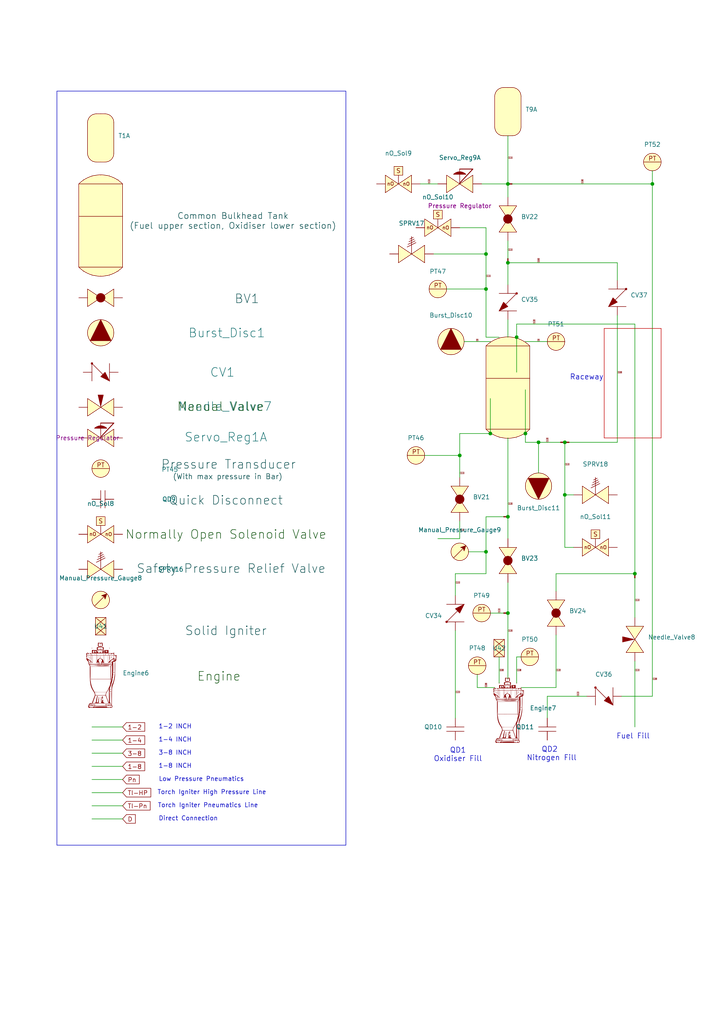
<source format=kicad_sch>
(kicad_sch (version 20250114) (generator "eeschema") (generator_version "9.0")
  (paper "A4" portrait)
  (lib_symbols
    (symbol "Ball_Valve_1"
      (property "Reference" "BV" (at 3.81 -4.318 0))
      (symbol "Ball_Valve_1_1_1"
        (pin passive line (at -2.54 0 0) (length 2.54) (name "") (number ""))
        (pin passive line (at 10.16 0 180) (length 2.54) (name "") (number ""))
      )
    )
    (symbol "Ball_Valve_2"
      (property "Reference" "BV" (at 3.81 -4.318 0))
      (symbol "Ball_Valve_2_1_1"
        (pin passive line (at -2.54 0 0) (length 2.54) (name "") (number ""))
        (pin passive line (at 10.16 0 180) (length 2.54) (name "") (number ""))
      )
    )
    (symbol "Ball_Valve_3"
      (property "Reference" "BV" (at 3.81 -4.318 0))
      (symbol "Ball_Valve_3_1_1"
        (pin passive line (at -2.54 0 0) (length 2.54) (name "") (number ""))
        (pin passive line (at 10.16 0 180) (length 2.54) (name "") (number ""))
      )
    )
    (symbol "Ball_Valve_4"
      (property "Reference" "BV" (at 3.81 -4.318 0))
      (symbol "Ball_Valve_4_1_1"
        (pin passive line (at -2.54 0 0) (length 2.54) (name "") (number ""))
        (pin passive line (at 10.16 0 180) (length 2.54) (name "") (number ""))
      )
    )
    (symbol "Burst_Disc_1"
      (property "Reference" "Burst_Disc" (at 0 -5.334 0))
      (symbol "Burst_Disc_1_1_1"
        (pin passive line (at -3.81 0 0) (length 0) (name "") (number ""))
        (pin passive line (at 0 -3.81 90) (length 0) (name "") (number ""))
        (pin passive line (at 3.81 0 180) (length 0) (name "") (number ""))
      )
    )
    (symbol "Burst_Disc_2"
      (property "Reference" "Burst_Disc" (at 0 -5.334 0))
      (symbol "Burst_Disc_2_1_1"
        (pin passive line (at -3.81 0 0) (length 0) (name "") (number ""))
        (pin passive line (at 0 -3.81 90) (length 0) (name "") (number ""))
        (pin passive line (at 3.81 0 180) (length 0) (name "") (number ""))
      )
    )
    (symbol "Check_Valve_1"
      (property "Reference" "CV" (at 2.54 -4.064 0))
      (symbol "Check_Valve_1_1_1"
        (pin bidirectional line (at -2.54 0 0) (length 2.54) (name "") (number ""))
        (pin bidirectional line (at 7.62 0 180) (length 2.54) (name "") (number ""))
      )
    )
    (symbol "Check_Valve_2"
      (property "Reference" "CV" (at 2.54 -4.064 0))
      (symbol "Check_Valve_2_1_1"
        (pin bidirectional line (at -2.54 0 0) (length 2.54) (name "") (number ""))
        (pin bidirectional line (at 7.62 0 180) (length 2.54) (name "") (number ""))
      )
    )
    (symbol "Check_Valve_3"
      (property "Reference" "CV" (at 2.54 -4.064 0))
      (symbol "Check_Valve_3_1_1"
        (pin bidirectional line (at -2.54 0 0) (length 2.54) (name "") (number ""))
        (pin bidirectional line (at 7.62 0 180) (length 2.54) (name "") (number ""))
      )
    )
    (symbol "Check_Valve_4"
      (property "Reference" "CV" (at 2.54 -4.064 0))
      (symbol "Check_Valve_4_1_1"
        (pin bidirectional line (at -2.54 0 0) (length 2.54) (name "") (number ""))
        (pin bidirectional line (at 7.62 0 180) (length 2.54) (name "") (number ""))
      )
    )
    (symbol "Common_Bulkhead_Tank_F/0_1"
      (symbol "Common_Bulkhead_Tank_F/0_1_1_1"
        (pin passive line (at -5.08 11.43 270) (length 0) (name "") (number ""))
        (pin passive line (at -5.08 -15.24 90) (length 0) (name "") (number ""))
        (pin passive line (at -2.54 12.7 270) (length 0) (name "") (number ""))
        (pin passive line (at -2.54 -16.51 90) (length 0) (name "") (number ""))
        (pin passive line (at 0 12.7 270) (length 0) (name "") (number ""))
        (pin passive line (at 0 -16.51 90) (length 0) (name "") (number ""))
        (pin passive line (at 2.54 12.7 270) (length 0) (name "") (number ""))
        (pin passive line (at 2.54 -16.51 90) (length 0) (name "") (number ""))
        (pin passive line (at 5.08 11.43 270) (length 0) (name "") (number ""))
        (pin passive line (at 5.08 -15.24 90) (length 0) (name "") (number ""))
      )
    )
    (symbol "Engine_1"
      (property "Reference" "Engine" (at 0 0 0))
      (symbol "Engine_1_1_1"
        (pin input line (at -3.81 3.81 0) (length 0) (name "") (number ""))
        (pin input line (at -2.54 5.08 0) (length 0) (name "") (number ""))
        (pin input line (at 0 6.35 0) (length 0) (name "") (number ""))
        (pin input line (at 2.54 5.08 0) (length 0) (name "") (number ""))
        (pin input line (at 3.81 3.81 0) (length 0) (name "") (number ""))
      )
    )
    (symbol "Manual_Pressure_Gauge_1"
      (property "Reference" "Manual_Pressure_Gauge" (at 0 -3.81 0))
      (symbol "Manual_Pressure_Gauge_1_1_1"
        (pin passive line (at -2.54 0 0) (length 0) (name "") (number ""))
        (pin passive line (at 2.54 0 180) (length 0) (name "") (number ""))
      )
    )
    (symbol "Needle_Valve_1"
      (property "Reference" "Needle_Valve" (at 3.556 -3.81 0))
      (symbol "Needle_Valve_1_1_1"
        (pin passive line (at -2.54 0 0) (length 2.54) (name "") (number ""))
        (pin passive line (at 10.16 0 180) (length 2.54) (name "") (number ""))
      )
    )
    (symbol "Normally Open Solenoid_1"
      (property "Reference" "nO_Sol" (at 3.81 -3.81 0))
      (symbol "Normally Open Solenoid_1_1_1"
        (text "nO\n\n" (at 1.524 -0.762 0) (effects (font (size 1 1))))
        (text "S\n" (at 3.81 3.81 0) (effects (font (size 1.27 1.27))))
        (text "nO" (at 6.096 0 0) (effects (font (size 1 1))))
        (pin passive line (at -2.54 0 0) (length 2.54) (name "") (number ""))
        (pin passive line (at 10.16 0 180) (length 2.54) (name "") (number ""))
      )
    )
    (symbol "Normally Open Solenoid_2"
      (property "Reference" "nO_Sol" (at 3.81 -3.81 0))
      (symbol "Normally Open Solenoid_2_1_1"
        (text "nO\n\n" (at 1.524 -0.762 0) (effects (font (size 1 1))))
        (text "S\n" (at 3.81 3.81 0) (effects (font (size 1.27 1.27))))
        (text "nO" (at 6.096 0 0) (effects (font (size 1 1))))
        (pin passive line (at -2.54 0 0) (length 2.54) (name "") (number ""))
        (pin passive line (at 10.16 0 180) (length 2.54) (name "") (number ""))
      )
    )
    (symbol "Normally Open Solenoid_3"
      (property "Reference" "nO_Sol" (at 3.81 -3.81 0))
      (symbol "Normally Open Solenoid_3_1_1"
        (text "nO\n\n" (at 1.524 -0.762 0) (effects (font (size 1 1))))
        (text "S\n" (at 3.81 3.81 0) (effects (font (size 1.27 1.27))))
        (text "nO" (at 6.096 0 0) (effects (font (size 1 1))))
        (pin passive line (at -2.54 0 0) (length 2.54) (name "") (number ""))
        (pin passive line (at 10.16 0 180) (length 2.54) (name "") (number ""))
      )
    )
    (symbol "PID_symbols:Ball_Valve"
      (property "Reference" "BV" (at 3.81 -4.318 0))
      (symbol "Ball_Valve_1_1"
        (pin passive line (at -2.54 0 0) (length 2.54) (name "") (number ""))
        (pin passive line (at 10.16 0 180) (length 2.54) (name "") (number ""))
      )
    )
    (symbol "PID_symbols:Burst_Disc"
      (property "Reference" "Burst_Disc" (at 0 -5.334 0))
      (symbol "Burst_Disc_1_1"
        (pin passive line (at -3.81 0 0) (length 0) (name "") (number ""))
        (pin passive line (at 0 -3.81 90) (length 0) (name "") (number ""))
        (pin passive line (at 3.81 0 180) (length 0) (name "") (number ""))
      )
    )
    (symbol "PID_symbols:Check_Valve"
      (property "Reference" "CV" (at 2.54 -4.064 0))
      (symbol "Check_Valve_1_1"
        (pin bidirectional line (at -2.54 0 0) (length 2.54) (name "") (number ""))
        (pin bidirectional line (at 7.62 0 180) (length 2.54) (name "") (number ""))
      )
    )
    (symbol "PID_symbols:Common_Bulkhead_Tank_F/0"
      (symbol "Common_Bulkhead_Tank_F/0_1_1"
        (pin passive line (at -5.08 11.43 270) (length 0) (name "") (number ""))
        (pin passive line (at -5.08 -15.24 90) (length 0) (name "") (number ""))
        (pin passive line (at -2.54 12.7 270) (length 0) (name "") (number ""))
        (pin passive line (at -2.54 -16.51 90) (length 0) (name "") (number ""))
        (pin passive line (at 0 12.7 270) (length 0) (name "") (number ""))
        (pin passive line (at 0 -16.51 90) (length 0) (name "") (number ""))
        (pin passive line (at 2.54 12.7 270) (length 0) (name "") (number ""))
        (pin passive line (at 2.54 -16.51 90) (length 0) (name "") (number ""))
        (pin passive line (at 5.08 11.43 270) (length 0) (name "") (number ""))
        (pin passive line (at 5.08 -15.24 90) (length 0) (name "") (number ""))
      )
    )
    (symbol "PID_symbols:Engine"
      (property "Reference" "Engine" (at 0 0 0))
      (symbol "Engine_1_1"
        (pin input line (at -3.81 3.81 0) (length 0) (name "") (number ""))
        (pin input line (at -2.54 5.08 0) (length 0) (name "") (number ""))
        (pin input line (at 0 6.35 0) (length 0) (name "") (number ""))
        (pin input line (at 2.54 5.08 0) (length 0) (name "") (number ""))
        (pin input line (at 3.81 3.81 0) (length 0) (name "") (number ""))
      )
    )
    (symbol "PID_symbols:Manual_Pressure_Gauge"
      (property "Reference" "Manual_Pressure_Gauge" (at 0 -3.81 0))
      (symbol "Manual_Pressure_Gauge_1_1"
        (pin passive line (at -2.54 0 0) (length 0) (name "") (number ""))
        (pin passive line (at 2.54 0 180) (length 0) (name "") (number ""))
      )
    )
    (symbol "PID_symbols:Needle_Valve"
      (property "Reference" "Needle_Valve" (at 3.556 -3.81 0))
      (symbol "Needle_Valve_1_1"
        (pin passive line (at -2.54 0 0) (length 2.54) (name "") (number ""))
        (pin passive line (at 10.16 0 180) (length 2.54) (name "") (number ""))
      )
    )
    (symbol "PID_symbols:Normally Open Solenoid"
      (property "Reference" "nO_Sol" (at 3.81 -3.81 0))
      (symbol "Normally Open Solenoid_1_1"
        (text "nO\n\n" (at 1.524 -0.762 0) (effects (font (size 1 1))))
        (text "S\n" (at 3.81 3.81 0) (effects (font (size 1.27 1.27))))
        (text "nO" (at 6.096 0 0) (effects (font (size 1 1))))
        (pin passive line (at -2.54 0 0) (length 2.54) (name "") (number ""))
        (pin passive line (at 10.16 0 180) (length 2.54) (name "") (number ""))
      )
    )
    (symbol "PID_symbols:Pressure_Regulator"
      (property "Reference" "Servo_Reg" (at 3.81 -3.81 0))
      (property "Description" "Pressure Regulator" (at 3.81 -6.35 0))
      (symbol "Pressure_Regulator_1_1"
        (unit_name "Reg")
        (pin passive line (at -2.54 0 0) (length 2.54) (name "") (number ""))
        (pin passive line (at 10.16 0 180) (length 2.54) (name "") (number ""))
      )
      (symbol "Pressure_Regulator_1_2"
        (unit_name "Reg")
        (pin passive line (at -2.54 0 0) (length 2.54) (name "") (number ""))
        (pin passive line (at 10.16 0 180) (length 2.54) (name "") (number ""))
      )
      (symbol "Pressure_Regulator_2_1"
        (unit_name "Servo-Reg")
        (pin passive line (at -2.54 0 0) (length 2.54) (name "") (number ""))
        (pin passive line (at 10.16 0 180) (length 2.54) (name "") (number ""))
      )
      (symbol "Pressure_Regulator_2_2"
        (unit_name "Servo-Reg")
        (pin passive line (at -2.54 0 0) (length 2.54) (name "") (number ""))
        (pin passive line (at 10.16 0 180) (length 2.54) (name "") (number ""))
      )
    )
    (symbol "PID_symbols:Pressure_Transducer"
      (property "Reference" "PT" (at 0 -3.81 0))
      (symbol "Pressure_Transducer_1_1"
        (text "PT\n" (at 0 1.016 0) (effects (font (size 1.27 1.27))))
        (pin passive line (at -2.54 0 0) (length 0) (name "") (number ""))
        (pin passive line (at 0 -2.54 90) (length 0) (name "") (number ""))
        (pin passive line (at 2.54 0 180) (length 0) (name "") (number ""))
      )
    )
    (symbol "PID_symbols:Quick_Disconnect"
      (property "Reference" "QD" (at 0.762 -4.572 0))
      (symbol "Quick_Disconnect_1_1"
        (pin passive line (at -2.54 0 0) (length 2.54) (name "") (number ""))
        (pin passive line (at 3.81 0 180) (length 2.54) (name "") (number ""))
      )
    )
    (symbol "PID_symbols:SPRV"
      (property "Reference" "SPRV" (at 3.556 -3.302 0))
      (symbol "SPRV_1_1"
        (pin passive line (at -2.54 0 0) (length 2.54) (name "") (number ""))
        (pin passive line (at 10.16 0 180) (length 2.54) (name "") (number ""))
      )
    )
    (symbol "PID_symbols:Solid_Igniter"
      (property "Reference" "U" (at 0 0 0))
      (symbol "Solid_Igniter_1_1"
        (pin input line (at 0 -2.54 0) (length 0) (name "") (number ""))
      )
    )
    (symbol "PID_symbols:Tank"
      (property "Reference" "T" (at 6.35 5.08 0))
      (symbol "Tank_1_1"
        (unit_name "Small")
        (pin passive line (at 1.27 11.43 270) (length 0) (name "") (number ""))
        (pin passive line (at 1.27 -2.54 90) (length 0) (name "") (number ""))
      )
      (symbol "Tank_1_2"
        (unit_name "Small")
        (pin passive line (at 1.27 11.43 270) (length 0) (name "") (number ""))
        (pin passive line (at 1.27 -2.54 90) (length 0) (name "") (number ""))
      )
      (symbol "Tank_2_1"
        (unit_name "Big COAX")
        (pin passive line (at 0 20.32 90) (length 0) (name "") (number ""))
        (pin passive line (at 2.54 -2.54 90) (length 0) (name "") (number ""))
      )
      (symbol "Tank_2_2"
        (unit_name "Big COAX")
        (pin passive line (at 0 -2.54 90) (length 0) (name "") (number ""))
        (pin passive line (at 2.54 -2.54 90) (length 0) (name "") (number ""))
      )
    )
    (symbol "PID_symbols:stop" (in_bom no) (on_board no)
      (symbol "stop_1_1"
        (pin bidirectional line (at -1.27 0 0) (length 0) (name "") (number ""))
        (pin bidirectional line (at 0 0 180) (length 0) (name "") (number ""))
      )
    )
    (symbol "Pressure_Regulator_1"
      (property "Reference" "Servo_Reg" (at 3.81 -3.81 0))
      (property "Description" "Pressure Regulator" (at 3.81 -6.35 0))
      (symbol "Pressure_Regulator_1_1_1"
        (unit_name "Reg")
        (pin passive line (at -2.54 0 0) (length 2.54) (name "") (number ""))
        (pin passive line (at 10.16 0 180) (length 2.54) (name "") (number ""))
      )
      (symbol "Pressure_Regulator_1_1_2"
        (unit_name "Reg")
        (pin passive line (at -2.54 0 0) (length 2.54) (name "") (number ""))
        (pin passive line (at 10.16 0 180) (length 2.54) (name "") (number ""))
      )
      (symbol "Pressure_Regulator_1_2_1"
        (unit_name "Servo-Reg")
        (pin passive line (at -2.54 0 0) (length 2.54) (name "") (number ""))
        (pin passive line (at 10.16 0 180) (length 2.54) (name "") (number ""))
      )
      (symbol "Pressure_Regulator_1_2_2"
        (unit_name "Servo-Reg")
        (pin passive line (at -2.54 0 0) (length 2.54) (name "") (number ""))
        (pin passive line (at 10.16 0 180) (length 2.54) (name "") (number ""))
      )
    )
    (symbol "Pressure_Transducer_1"
      (property "Reference" "PT" (at 0 -3.81 0))
      (symbol "Pressure_Transducer_1_1_1"
        (text "PT\n" (at 0 1.016 0) (effects (font (size 1.27 1.27))))
        (pin passive line (at -2.54 0 0) (length 0) (name "") (number ""))
        (pin passive line (at 0 -2.54 90) (length 0) (name "") (number ""))
        (pin passive line (at 2.54 0 180) (length 0) (name "") (number ""))
      )
    )
    (symbol "Pressure_Transducer_2"
      (property "Reference" "PT" (at 0 -3.81 0))
      (symbol "Pressure_Transducer_2_1_1"
        (text "PT\n" (at 0 1.016 0) (effects (font (size 1.27 1.27))))
        (pin passive line (at -2.54 0 0) (length 0) (name "") (number ""))
        (pin passive line (at 0 -2.54 90) (length 0) (name "") (number ""))
        (pin passive line (at 2.54 0 180) (length 0) (name "") (number ""))
      )
    )
    (symbol "Pressure_Transducer_3"
      (property "Reference" "PT" (at 0 -3.81 0))
      (symbol "Pressure_Transducer_3_1_1"
        (text "PT\n" (at 0 1.016 0) (effects (font (size 1.27 1.27))))
        (pin passive line (at -2.54 0 0) (length 0) (name "") (number ""))
        (pin passive line (at 0 -2.54 90) (length 0) (name "") (number ""))
        (pin passive line (at 2.54 0 180) (length 0) (name "") (number ""))
      )
    )
    (symbol "Pressure_Transducer_4"
      (property "Reference" "PT" (at 0 -3.81 0))
      (symbol "Pressure_Transducer_4_1_1"
        (text "PT\n" (at 0 1.016 0) (effects (font (size 1.27 1.27))))
        (pin passive line (at -2.54 0 0) (length 0) (name "") (number ""))
        (pin passive line (at 0 -2.54 90) (length 0) (name "") (number ""))
        (pin passive line (at 2.54 0 180) (length 0) (name "") (number ""))
      )
    )
    (symbol "Pressure_Transducer_5"
      (property "Reference" "PT" (at 0 -3.81 0))
      (symbol "Pressure_Transducer_5_1_1"
        (text "PT\n" (at 0 1.016 0) (effects (font (size 1.27 1.27))))
        (pin passive line (at -2.54 0 0) (length 0) (name "") (number ""))
        (pin passive line (at 0 -2.54 90) (length 0) (name "") (number ""))
        (pin passive line (at 2.54 0 180) (length 0) (name "") (number ""))
      )
    )
    (symbol "Pressure_Transducer_6"
      (property "Reference" "PT" (at 0 -3.81 0))
      (symbol "Pressure_Transducer_6_1_1"
        (text "PT\n" (at 0 1.016 0) (effects (font (size 1.27 1.27))))
        (pin passive line (at -2.54 0 0) (length 0) (name "") (number ""))
        (pin passive line (at 0 -2.54 90) (length 0) (name "") (number ""))
        (pin passive line (at 2.54 0 180) (length 0) (name "") (number ""))
      )
    )
    (symbol "Pressure_Transducer_7"
      (property "Reference" "PT" (at 0 -3.81 0))
      (symbol "Pressure_Transducer_7_1_1"
        (text "PT\n" (at 0 1.016 0) (effects (font (size 1.27 1.27))))
        (pin passive line (at -2.54 0 0) (length 0) (name "") (number ""))
        (pin passive line (at 0 -2.54 90) (length 0) (name "") (number ""))
        (pin passive line (at 2.54 0 180) (length 0) (name "") (number ""))
      )
    )
    (symbol "Quick_Disconnect_1"
      (property "Reference" "QD" (at 0.762 -4.572 0))
      (symbol "Quick_Disconnect_1_1_1"
        (pin passive line (at -2.54 0 0) (length 2.54) (name "") (number ""))
        (pin passive line (at 3.81 0 180) (length 2.54) (name "") (number ""))
      )
    )
    (symbol "Quick_Disconnect_2"
      (property "Reference" "QD" (at 0.762 -4.572 0))
      (symbol "Quick_Disconnect_2_1_1"
        (pin passive line (at -2.54 0 0) (length 2.54) (name "") (number ""))
        (pin passive line (at 3.81 0 180) (length 2.54) (name "") (number ""))
      )
    )
    (symbol "SPRV_1"
      (property "Reference" "SPRV" (at 3.556 -3.302 0))
      (symbol "SPRV_1_1_1"
        (pin passive line (at -2.54 0 0) (length 2.54) (name "") (number ""))
        (pin passive line (at 10.16 0 180) (length 2.54) (name "") (number ""))
      )
    )
    (symbol "SPRV_2"
      (property "Reference" "SPRV" (at 3.556 -3.302 0))
      (symbol "SPRV_2_1_1"
        (pin passive line (at -2.54 0 0) (length 2.54) (name "") (number ""))
        (pin passive line (at 10.16 0 180) (length 2.54) (name "") (number ""))
      )
    )
    (symbol "Tank_1"
      (property "Reference" "T" (at 6.35 5.08 0))
      (symbol "Tank_1_1_1"
        (unit_name "Small")
        (pin passive line (at 1.27 11.43 270) (length 0) (name "") (number ""))
        (pin passive line (at 1.27 -2.54 90) (length 0) (name "") (number ""))
      )
      (symbol "Tank_1_1_2"
        (unit_name "Small")
        (pin passive line (at 1.27 11.43 270) (length 0) (name "") (number ""))
        (pin passive line (at 1.27 -2.54 90) (length 0) (name "") (number ""))
      )
      (symbol "Tank_1_2_1"
        (unit_name "Big COAX")
        (pin passive line (at 0 20.32 90) (length 0) (name "") (number ""))
        (pin passive line (at 2.54 -2.54 90) (length 0) (name "") (number ""))
      )
      (symbol "Tank_1_2_2"
        (unit_name "Big COAX")
        (pin passive line (at 0 -2.54 90) (length 0) (name "") (number ""))
        (pin passive line (at 2.54 -2.54 90) (length 0) (name "") (number ""))
      )
    )
    (symbol "stop_1" (in_bom no) (on_board no)
      (symbol "stop_1_1_1"
        (pin bidirectional line (at -1.27 0 0) (length 0) (name "") (number ""))
        (pin bidirectional line (at 0 0 180) (length 0) (name "") (number ""))
      )
    )
    (symbol "stop_2" (in_bom no) (on_board no)
      (symbol "stop_2_1_1"
        (pin bidirectional line (at -1.27 0 0) (length 0) (name "") (number ""))
        (pin bidirectional line (at 0 0 180) (length 0) (name "") (number ""))
      )
    )
    (symbol "stop_3" (in_bom no) (on_board no)
      (symbol "stop_3_1_1"
        (pin bidirectional line (at -1.27 0 0) (length 0) (name "") (number ""))
        (pin bidirectional line (at 0 0 180) (length 0) (name "") (number ""))
      )
    )
    (symbol "stop_4" (in_bom no) (on_board no)
      (symbol "stop_4_1_1"
        (pin bidirectional line (at -1.27 0 0) (length 0) (name "") (number ""))
        (pin bidirectional line (at 0 0 180) (length 0) (name "") (number ""))
      )
    )
    (symbol "stop_5" (in_bom no) (on_board no)
      (symbol "stop_5_1_1"
        (pin bidirectional line (at -1.27 0 0) (length 0) (name "") (number ""))
        (pin bidirectional line (at 0 0 180) (length 0) (name "") (number ""))
      )
    )
    (symbol "stop_6" (in_bom no) (on_board no)
      (symbol "stop_6_1_1"
        (pin bidirectional line (at -1.27 0 0) (length 0) (name "") (number ""))
        (pin bidirectional line (at 0 0 180) (length 0) (name "") (number ""))
      )
    )
  )
  (rectangle (start 16.51 26.416) (end 100.33 245.11))
  (text "QD1\nOxidiser Fill\n" (at 132.842 218.948 0) (effects (font (size 1.524 1.524))))
  (text "QD2 \nNitrogen Fill" (at 160.02 218.694 0) (effects (font (size 1.524 1.524))))
  (text "Fuel Fill" (at 183.642 213.614 0) (effects (font (size 1.524 1.524))))
  (text "1-2 INCH\n" (at 50.8 210.82 0) (effects (font (size 1.27 1.27))))
  (text "Common Bulkhead Tank\n(Fuel upper section, Oxidiser lower section)\n" (at 67.564 64.262 0) (effects (font (size 1.778 1.778))))
  (text "3-8 INCH\n" (at 50.8 218.44 0) (effects (font (size 1.27 1.27))))
  (text "Raceway" (at 170.18 109.474 0) (effects (font (size 1.524 1.524))))
  (text "1-8 INCH\n" (at 50.8 222.25 0) (effects (font (size 1.27 1.27))))
  (text "(With max pressure in Bar)" (at 66.04 138.43 0) (effects (font (size 1.524 1.524))))
  (text "Low Pressure Pneumatics" (at 58.42 226.06 0) (effects (font (size 1.27 1.27))))
  (text " Torch Igniter High Pressure Line" (at 60.96 229.87 0) (effects (font (size 1.27 1.27))))
  (text "Manual Valve" (at 64.008 118.11 0) (effects (font (size 2.54 2.54))))
  (text "Direct Connection" (at 54.61 237.49 0) (effects (font (size 1.27 1.27))))
  (text "Safety Pressure Relief Valve\n" (at 67.056 165.1 0) (effects (font (size 2.54 2.54))))
  (text "Solid Igniter\n" (at 65.532 183.134 0) (effects (font (size 2.54 2.54))))
  (text "Pressure Transducer" (at 66.294 134.874 0) (effects (font (size 2.54 2.54))))
  (text "Engine\n" (at 63.5 196.342 0) (effects (font (size 2.54 2.54))))
  (text "Normally Open Solenoid Valve" (at 65.532 155.194 0) (effects (font (size 2.54 2.54))))
  (text "Torch Igniter Pneumatics Line" (at 60.325 233.68 0) (effects (font (size 1.27 1.27))))
  (text "Quick Disconnect\n" (at 65.532 145.288 0) (effects (font (size 2.54 2.54))))
  (text "1-4 INCH\n" (at 50.8 214.63 0) (effects (font (size 1.27 1.27))))
  (junction (at 147.32 53.34))
  (junction (at 140.97 83.82))
  (junction (at 147.32 76.2))
  (junction (at 133.35 132.08))
  (junction (at 163.83 128.27))
  (junction (at 152.4 125.73))
  (junction (at 163.83 143.51))
  (junction (at 184.15 166.37))
  (junction (at 147.32 149.86))
  (junction (at 142.24 125.73))
  (junction (at 149.86 97.79))
  (junction (at 189.23 53.34))
  (junction (at 140.97 160.02))
  (junction (at 140.97 73.66))
  (junction (at 156.21 128.27))
  (junction (at 147.32 177.8))
  (wire (pts (xy 184.15 93.98) (xy 184.15 166.37)))
  (wire (pts (xy 140.97 66.04) (xy 133.35 66.04)))
  (wire (pts (xy 133.35 125.73) (xy 133.35 132.08)))
  (wire (pts (xy 142.24 115.57) (xy 142.24 125.73)))
  (wire (pts (xy 152.4 99.06) (xy 158.75 99.06)))
  (wire (pts (xy 152.4 113.03) (xy 152.4 125.73)))
  (wire (pts (xy 147.32 168.91) (xy 147.32 177.8)))
  (wire (pts (xy 147.32 69.85) (xy 147.32 74.93)))
  (wire (pts (xy 132.08 166.37) (xy 140.97 166.37)))
  (wire (pts (xy 26.67 233.68) (xy 35.56 233.68)))
  (wire (pts (xy 140.97 166.37) (xy 140.97 160.02)))
  (wire (pts (xy 184.15 167.64) (xy 184.15 179.07)))
  (wire (pts (xy 132.08 182.88) (xy 132.08 208.28)))
  (wire (pts (xy 189.23 53.34) (xy 189.23 201.93)))
  (wire (pts (xy 147.32 76.2) (xy 179.07 76.2)))
  (wire (pts (xy 132.08 166.37) (xy 132.08 172.72)))
  (wire (pts (xy 189.23 49.53) (xy 189.23 53.34)))
  (wire (pts (xy 163.83 143.51) (xy 163.83 158.75)))
  (wire (pts (xy 161.29 166.37) (xy 184.15 166.37)))
  (wire (pts (xy 180.34 201.93) (xy 189.23 201.93)))
  (wire (pts (xy 26.67 218.44) (xy 35.56 218.44)))
  (wire (pts (xy 158.75 201.93) (xy 170.18 201.93)))
  (wire (pts (xy 149.86 198.12) (xy 149.86 190.5)))
  (wire (pts (xy 156.21 128.27) (xy 162.56 128.27)))
  (wire (pts (xy 133.35 151.13) (xy 133.35 156.21)))
  (wire (pts (xy 144.78 190.5) (xy 144.78 198.12)))
  (wire (pts (xy 148.59 53.34) (xy 189.23 53.34)))
  (wire (pts (xy 161.29 184.15) (xy 161.29 199.39)))
  (wire (pts (xy 149.86 97.79) (xy 149.86 107.95)))
  (wire (pts (xy 140.97 160.02) (xy 140.97 149.86)))
  (wire (pts (xy 140.97 66.04) (xy 140.97 73.66)))
  (wire (pts (xy 175.26 95.25) (xy 191.77 95.25)) (stroke (width 0) (color 194 0 0 1)))
  (wire (pts (xy 26.67 229.87) (xy 35.56 229.87)))
  (wire (pts (xy 142.24 99.06) (xy 134.62 99.06)))
  (wire (pts (xy 184.15 191.77) (xy 184.15 210.82)))
  (wire (pts (xy 152.4 125.73) (xy 152.4 128.27)))
  (wire (pts (xy 26.67 226.06) (xy 35.56 226.06)))
  (wire (pts (xy 147.32 39.37) (xy 147.32 53.34)))
  (wire (pts (xy 191.77 95.25) (xy 191.77 127)) (stroke (width 0) (color 194 0 0 1)))
  (wire (pts (xy 166.37 158.75) (xy 163.83 158.75)))
  (wire (pts (xy 139.7 53.34) (xy 147.32 53.34)))
  (wire (pts (xy 147.32 53.34) (xy 147.32 57.15)))
  (wire (pts (xy 147.32 127) (xy 147.32 149.86)))
  (wire (pts (xy 123.19 132.08) (xy 133.35 132.08)))
  (wire (pts (xy 156.21 128.27) (xy 152.4 128.27)))
  (wire (pts (xy 133.35 132.08) (xy 133.35 138.43)))
  (wire (pts (xy 26.67 214.63) (xy 35.56 214.63)))
  (wire (pts (xy 142.24 177.8) (xy 146.05 177.8)))
  (wire (pts (xy 121.92 53.34) (xy 127 53.34)))
  (wire (pts (xy 133.35 125.73) (xy 142.24 125.73)))
  (wire (pts (xy 144.78 97.79) (xy 140.97 97.79)))
  (wire (pts (xy 147.32 149.86) (xy 147.32 156.21)))
  (wire (pts (xy 179.07 76.2) (xy 179.07 81.28)))
  (wire (pts (xy 140.97 160.02) (xy 135.89 160.02)))
  (wire (pts (xy 166.37 143.51) (xy 163.83 143.51)))
  (wire (pts (xy 129.54 83.82) (xy 140.97 83.82)))
  (wire (pts (xy 165.1 128.27) (xy 179.07 128.27)))
  (wire (pts (xy 175.26 95.25) (xy 175.26 127)) (stroke (width 0) (color 194 0 0 1)))
  (wire (pts (xy 26.67 237.49) (xy 35.56 237.49)))
  (wire (pts (xy 140.97 97.79) (xy 140.97 83.82)))
  (wire (pts (xy 147.32 97.79) (xy 147.32 92.71)))
  (wire (pts (xy 140.97 73.66) (xy 140.97 83.82)))
  (wire (pts (xy 140.97 149.86) (xy 146.05 149.86)))
  (wire (pts (xy 127 156.21) (xy 133.35 156.21)))
  (wire (pts (xy 179.07 91.44) (xy 179.07 128.27)))
  (wire (pts (xy 163.83 128.27) (xy 163.83 143.51)))
  (wire (pts (xy 138.43 199.39) (xy 138.43 195.58)))
  (wire (pts (xy 191.77 127) (xy 175.26 127)) (stroke (width 0) (color 194 0 0 1)))
  (wire (pts (xy 158.75 208.28) (xy 158.75 201.93)))
  (wire (pts (xy 147.32 177.8) (xy 147.32 196.85)))
  (wire (pts (xy 26.67 210.82) (xy 35.56 210.82)))
  (wire (pts (xy 156.21 128.27) (xy 156.21 137.16)))
  (wire (pts (xy 161.29 166.37) (xy 161.29 171.45)))
  (wire (pts (xy 147.32 76.2) (xy 147.32 82.55)))
  (wire (pts (xy 161.29 199.39) (xy 151.13 199.39)))
  (wire (pts (xy 138.43 199.39) (xy 143.51 199.39)))
  (wire (pts (xy 149.86 97.79) (xy 149.86 93.98)))
  (wire (pts (xy 149.86 93.98) (xy 184.15 93.98)))
  (wire (pts (xy 125.73 73.66) (xy 140.97 73.66)))
  (wire (pts (xy 149.86 190.5) (xy 151.13 190.5)))
  (wire (pts (xy 26.67 222.25) (xy 35.56 222.25)))
  (global_label "1-4" (shape input) (at 132.08 200.66 0) (effects (font (size 0.254 0.254))) (property "Intersheetrefs" "${INTERSHEET_REFS}" (effects (hide yes))))
  (global_label "1-2" (shape input) (at 158.75 128.27 90) (effects (font (size 0.254 0.254))) (property "Intersheetrefs" "${INTERSHEET_REFS}" (effects (hide yes))))
  (global_label "1-4" (shape input) (at 147.32 45.72 0) (effects (font (size 0.254 0.254))) (property "Intersheetrefs" "${INTERSHEET_REFS}" (effects (hide yes))))
  (global_label "1-8" (shape input) (at 140.97 199.39 90) (effects (font (size 0.254 0.254))) (property "Intersheetrefs" "${INTERSHEET_REFS}" (effects (hide yes))))
  (global_label "1-4" (shape input) (at 140.97 80.01 0) (effects (font (size 0.254 0.254))) (property "Intersheetrefs" "${INTERSHEET_REFS}" (effects (hide yes))))
  (global_label "1-2" (shape input) (at 154.94 93.98 90) (effects (font (size 0.254 0.254))) (property "Intersheetrefs" "${INTERSHEET_REFS}" (effects (hide yes))))
  (global_label "3-8" (shape input) (at 35.56 218.44 0) (property "Intersheetrefs" "${INTERSHEET_REFS}" (effects (hide yes))))
  (global_label "1-8" (shape input) (at 35.56 222.25 0) (property "Intersheetrefs" "${INTERSHEET_REFS}" (effects (hide yes))))
  (global_label "3-8" (shape input) (at 144.78 194.31 0) (effects (font (size 0.254 0.254))) (property "Intersheetrefs" "${INTERSHEET_REFS}" (effects (hide yes))))
  (global_label "1-4" (shape input) (at 144.78 177.8 90) (effects (font (size 0.254 0.254))) (property "Intersheetrefs" "${INTERSHEET_REFS}" (effects (hide yes))))
  (global_label "1-4" (shape input) (at 184.15 173.99 0) (effects (font (size 0.254 0.254))) (property "Intersheetrefs" "${INTERSHEET_REFS}" (effects (hide yes))))
  (global_label "1-2" (shape input) (at 161.29 194.31 0) (effects (font (size 0.254 0.254))) (property "Intersheetrefs" "${INTERSHEET_REFS}" (effects (hide yes))))
  (global_label "3-8" (shape input) (at 156.21 76.2 90) (effects (font (size 0.254 0.254))) (property "Intersheetrefs" "${INTERSHEET_REFS}" (effects (hide yes))))
  (global_label "D" (shape input) (at 156.21 99.06 90) (effects (font (size 0.254 0.254))) (property "Intersheetrefs" "${INTERSHEET_REFS}" (effects (hide yes))))
  (global_label "1-2" (shape input) (at 35.56 210.82 0) (property "Intersheetrefs" "${INTERSHEET_REFS}" (effects (hide yes))))
  (global_label "1-4" (shape input) (at 124.46 53.34 90) (effects (font (size 0.254 0.254))) (property "Intersheetrefs" "${INTERSHEET_REFS}" (effects (hide yes))))
  (global_label "1-8" (shape input) (at 168.91 53.34 90) (effects (font (size 0.254 0.254))) (property "Intersheetrefs" "${INTERSHEET_REFS}" (effects (hide yes))))
  (global_label "TI-Pn" (shape input) (at 35.56 233.68 0) (property "Intersheetrefs" "${INTERSHEET_REFS}" (effects (hide yes))))
  (global_label "1-2" (shape input) (at 147.32 182.88 0) (effects (font (size 0.254 0.254))) (property "Intersheetrefs" "${INTERSHEET_REFS}" (effects (hide yes))))
  (global_label "1-4" (shape input) (at 184.15 194.31 0) (effects (font (size 0.254 0.254))) (property "Intersheetrefs" "${INTERSHEET_REFS}" (effects (hide yes))))
  (global_label "1-4" (shape input) (at 167.64 201.93 90) (effects (font (size 0.254 0.254))) (property "Intersheetrefs" "${INTERSHEET_REFS}" (effects (hide yes))))
  (global_label "Pn" (shape input) (at 35.56 226.06 0) (property "Intersheetrefs" "${INTERSHEET_REFS}" (effects (hide yes))))
  (global_label "D" (shape input) (at 138.43 99.06 90) (effects (font (size 0.254 0.254))) (property "Intersheetrefs" "${INTERSHEET_REFS}" (effects (hide yes))))
  (global_label "1-4" (shape input) (at 133.35 137.16 0) (effects (font (size 0.254 0.254))) (property "Intersheetrefs" "${INTERSHEET_REFS}" (effects (hide yes))))
  (global_label "1-8" (shape input) (at 149.86 194.31 0) (effects (font (size 0.254 0.254))) (property "Intersheetrefs" "${INTERSHEET_REFS}" (effects (hide yes))))
  (global_label "3-8" (shape input) (at 179.07 107.95 0) (effects (font (size 0.254 0.254))) (property "Intersheetrefs" "${INTERSHEET_REFS}" (effects (hide yes))))
  (global_label "1-2" (shape input) (at 147.32 146.05 0) (effects (font (size 0.254 0.254))) (property "Intersheetrefs" "${INTERSHEET_REFS}" (effects (hide yes))))
  (global_label "1-4" (shape input) (at 163.83 134.62 0) (effects (font (size 0.254 0.254))) (property "Intersheetrefs" "${INTERSHEET_REFS}" (effects (hide yes))))
  (global_label "1-4" (shape input) (at 132.08 168.91 0) (effects (font (size 0.254 0.254))) (property "Intersheetrefs" "${INTERSHEET_REFS}" (effects (hide yes))))
  (global_label "TI-HP" (shape input) (at 35.56 229.87 0) (property "Intersheetrefs" "${INTERSHEET_REFS}" (effects (hide yes))))
  (global_label "1-4" (shape input) (at 147.32 72.39 0) (effects (font (size 0.254 0.254))) (property "Intersheetrefs" "${INTERSHEET_REFS}" (effects (hide yes))))
  (global_label "1-4" (shape input) (at 133.35 153.67 0) (effects (font (size 0.254 0.254))) (property "Intersheetrefs" "${INTERSHEET_REFS}" (effects (hide yes))))
  (global_label "D" (shape input) (at 35.56 237.49 0) (property "Intersheetrefs" "${INTERSHEET_REFS}" (effects (hide yes))))
  (global_label "1-4" (shape input) (at 35.56 214.63 0) (property "Intersheetrefs" "${INTERSHEET_REFS}" (effects (hide yes))))
  (global_label "1-8" (shape input) (at 189.23 196.85 0) (effects (font (size 0.254 0.254))) (property "Intersheetrefs" "${INTERSHEET_REFS}" (effects (hide yes))))
  (symbol (lib_name "stop_2") (lib_id "PID_symbols:stop") (at 148.59 53.34 0) (unit 1) (in_bom no) (on_board no)
    (property "Reference" "U47" (effects (hide yes)))
  )
  (symbol (lib_name "Pressure_Transducer_2") (lib_id "PID_symbols:Pressure_Transducer") (at 29.21 135.89 0) (unit 1)
    (property "Reference" "PT45" (at 49.276 136.144 0))
    (property "Value" "Num" (effects (hide yes)))
  )
  (symbol (lib_id "PID_symbols:Tank") (at 146.05 36.83 0) (unit 1)
    (property "Reference" "T9" (at 152.4 31.7499 0) (effects (justify left)))
  )
  (symbol (lib_id "PID_symbols:Check_Valve") (at 132.08 180.34 90) (unit 1)
    (property "Reference" "CV34" (at 128.27 178.5621 90) (effects (justify left)))
  )
  (symbol (lib_id "PID_symbols:Burst_Disc") (at 29.21 96.52 0) (unit 1)
    (property "Reference" "Burst_Disc1" (at 65.786 96.52 0) (effects (font (size 2.54 2.54))))
    (property "Value" "Burst Disc" (effects (hide yes)))
  )
  (symbol (lib_name "stop_1") (lib_id "PID_symbols:stop") (at 147.32 149.86 0) (unit 1) (in_bom no) (on_board no)
    (property "Reference" "U45" (effects (hide yes)))
  )
  (symbol (lib_name "stop_3") (lib_id "PID_symbols:stop") (at 163.83 128.27 0) (unit 1) (in_bom no) (on_board no)
    (property "Reference" "U48" (effects (hide yes)))
  )
  (symbol (lib_id "PID_symbols:Normally Open Solenoid") (at 123.19 66.04 0) (unit 1)
    (property "Reference" "nO_Sol10" (at 127 57.15 0))
  )
  (symbol (lib_name "Quick_Disconnect_1") (lib_id "PID_symbols:Quick_Disconnect") (at 158.75 212.09 90) (unit 1)
    (property "Reference" "QD11" (at 154.94 210.8199 90) (effects (justify left)))
  )
  (symbol (lib_id "PID_symbols:SPRV") (at 168.91 143.51 0) (unit 1)
    (property "Reference" "SPRV18" (at 172.72 134.62 0))
  )
  (symbol (lib_name "Check_Valve_2") (lib_id "PID_symbols:Check_Valve") (at 26.67 107.95 0) (unit 1)
    (property "Reference" "CV1" (at 64.516 107.95 0) (effects (font (size 2.54 2.54))))
    (property "Value" "Check Valve" (effects (hide yes)))
  )
  (symbol (lib_name "Check_Valve_3") (lib_id "PID_symbols:Check_Valve") (at 147.32 85.09 270) (unit 1)
    (property "Reference" "CV35" (at 151.13 86.8679 90) (effects (justify left)))
  )
  (symbol (lib_name "Normally Open Solenoid_2") (lib_id "PID_symbols:Normally Open Solenoid") (at 111.76 53.34 0) (unit 1)
    (property "Reference" "nO_Sol9" (at 115.57 44.45 0))
  )
  (symbol (lib_id "PID_symbols:Common_Bulkhead_Tank_F/0") (at 147.32 110.49 0) (unit 1)
    (property "Reference" "U44" (effects (hide yes)))
  )
  (symbol (lib_id "PID_symbols:Engine") (at 29.21 193.04 0) (unit 1)
    (property "Reference" "Engine6" (at 35.56 195.1918 0) (effects (justify left)))
  )
  (symbol (lib_name "Normally Open Solenoid_1") (lib_id "PID_symbols:Normally Open Solenoid") (at 25.4 154.94 0) (unit 1)
    (property "Reference" "nO_Sol8" (at 29.21 146.05 0))
  )
  (symbol (lib_name "Burst_Disc_1") (lib_id "PID_symbols:Burst_Disc") (at 156.21 140.97 180) (unit 1)
    (property "Reference" "Burst_Disc11" (at 156.21 147.32 0))
  )
  (symbol (lib_name "stop_4") (lib_id "PID_symbols:stop") (at 184.15 166.37 90) (unit 1) (in_bom no) (on_board no)
    (property "Reference" "U50" (effects (hide yes)))
  )
  (symbol (lib_name "Engine_1") (lib_id "PID_symbols:Engine") (at 147.32 203.2 0) (unit 1)
    (property "Reference" "Engine7" (at 153.67 205.3518 0) (effects (justify left)))
  )
  (symbol (lib_name "Check_Valve_1") (lib_id "PID_symbols:Check_Valve") (at 172.72 201.93 0) (unit 1)
    (property "Reference" "CV36" (at 175.133 195.58 0))
  )
  (symbol (lib_name "Ball_Valve_1") (lib_id "PID_symbols:Ball_Valve") (at 133.35 148.59 90) (unit 1)
    (property "Reference" "BV21" (at 137.16 144.1449 90) (effects (justify right)))
  )
  (symbol (lib_name "Ball_Valve_2") (lib_id "PID_symbols:Ball_Valve") (at 161.29 181.61 90) (unit 1)
    (property "Reference" "BV24" (at 165.1 177.1649 90) (effects (justify right)))
  )
  (symbol (lib_id "PID_symbols:stop") (at 147.32 74.93 90) (unit 1) (in_bom no) (on_board no)
    (property "Reference" "U43" (effects (hide yes)))
  )
  (symbol (lib_name "Pressure_Transducer_3") (lib_id "PID_symbols:Pressure_Transducer") (at 138.43 193.04 0) (unit 1)
    (property "Reference" "PT48" (at 138.43 187.96 0))
    (property "Value" "100" (effects (hide yes)))
  )
  (symbol (lib_id "PID_symbols:Ball_Valve") (at 147.32 166.37 90) (unit 1)
    (property "Reference" "BV23" (at 151.13 161.9249 90) (effects (justify right)))
  )
  (symbol (lib_name "Pressure_Transducer_4") (lib_id "PID_symbols:Pressure_Transducer") (at 189.23 46.99 0) (unit 1)
    (property "Reference" "PT52" (at 189.23 41.91 0))
    (property "Value" "300" (effects (hide yes)))
  )
  (symbol (lib_id "PID_symbols:Pressure_Transducer") (at 139.7 177.8 0) (unit 1)
    (property "Reference" "PT49" (at 139.7 172.72 0))
    (property "Value" "100" (effects (hide yes)))
  )
  (symbol (lib_id "PID_symbols:Pressure_Regulator") (at 25.4 127 0) (unit 1)
    (property "Reference" "Servo_Reg1" (at 65.532 126.746 0) (effects (font (size 2.54 2.54))))
    (property "Value" "Pressure Regulator" (effects (hide yes)))
    (property "Description" "Pressure Regulator" (at 25.4 127 0))
  )
  (symbol (lib_name "Pressure_Transducer_1") (lib_id "PID_symbols:Pressure_Transducer") (at 161.29 99.06 0) (unit 1)
    (property "Reference" "PT51" (at 161.29 93.98 0))
    (property "Value" "100" (effects (hide yes)))
  )
  (symbol (lib_name "Check_Valve_4") (lib_id "PID_symbols:Check_Valve") (at 179.07 83.82 270) (unit 1)
    (property "Reference" "CV37" (at 182.88 85.5979 90) (effects (justify left)))
  )
  (symbol (lib_id "PID_symbols:Quick_Disconnect") (at 132.08 212.09 90) (unit 1)
    (property "Reference" "QD10" (at 128.27 210.8199 90) (effects (justify left)))
  )
  (symbol (lib_id "PID_symbols:Needle_Valve") (at 25.4 118.11 0) (unit 1)
    (property "Reference" "Needle_Valve7" (at 65.278 117.856 0) (effects (font (size 2.54 2.54))))
  )
  (symbol (lib_name "Quick_Disconnect_2") (lib_id "PID_symbols:Quick_Disconnect") (at 29.21 144.78 0) (unit 1)
    (property "Reference" "QD9" (at 49.022 144.78 0))
  )
  (symbol (lib_name "Ball_Valve_3") (lib_id "PID_symbols:Ball_Valve") (at 25.4 86.36 0) (unit 1)
    (property "Reference" "BV1" (at 71.628 86.614 0) (effects (font (size 2.54 2.54))))
    (property "Value" "Servo Controlled Ball Valve" (effects (hide yes)))
  )
  (symbol (lib_id "PID_symbols:Manual_Pressure_Gauge") (at 29.21 173.99 0) (unit 1)
    (property "Reference" "Manual_Pressure_Gauge8" (at 29.21 167.64 0))
    (property "Value" "Manual Pressure Gauge" (effects (hide yes)))
  )
  (symbol (lib_id "PID_symbols:Solid_Igniter") (at 144.78 187.96 0) (unit 1)
    (property "Reference" "U42" (at 144.78 187.96 0))
  )
  (symbol (lib_name "SPRV_1") (lib_id "PID_symbols:SPRV") (at 25.4 165.1 0) (unit 1)
    (property "Reference" "SPRV16" (at 49.53 165.1 0))
  )
  (symbol (lib_name "Common_Bulkhead_Tank_F/0_1") (lib_id "PID_symbols:Common_Bulkhead_Tank_F/0") (at 29.21 63.5 0) (unit 1)
    (property "Reference" "U40" (effects (hide yes)))
  )
  (symbol (lib_name "stop_5") (lib_id "PID_symbols:stop") (at 147.32 177.8 0) (unit 1) (in_bom no) (on_board no)
    (property "Reference" "U46" (effects (hide yes)))
  )
  (symbol (lib_name "Needle_Valve_1") (lib_id "PID_symbols:Needle_Valve") (at 184.15 189.23 90) (unit 1)
    (property "Reference" "Needle_Valve8" (at 187.96 184.7849 90) (effects (justify right)))
  )
  (symbol (lib_name "Normally Open Solenoid_3") (lib_id "PID_symbols:Normally Open Solenoid") (at 168.91 158.75 0) (unit 1)
    (property "Reference" "nO_Sol11" (at 172.72 149.86 0))
  )
  (symbol (lib_name "stop_6") (lib_id "PID_symbols:stop") (at 165.1 128.27 0) (unit 1) (in_bom no) (on_board no)
    (property "Reference" "U49" (effects (hide yes)))
  )
  (symbol (lib_name "Pressure_Transducer_5") (lib_id "PID_symbols:Pressure_Transducer") (at 120.65 132.08 0) (unit 1)
    (property "Reference" "PT46" (at 120.65 127 0))
    (property "Value" "100" (effects (hide yes)))
  )
  (symbol (lib_name "SPRV_2") (lib_id "PID_symbols:SPRV") (at 115.57 73.66 0) (unit 1)
    (property "Reference" "SPRV17" (at 119.38 64.77 0))
  )
  (symbol (lib_name "Tank_1") (lib_id "PID_symbols:Tank") (at 27.94 44.45 0) (unit 1)
    (property "Reference" "T1" (at 34.29 39.3699 0) (effects (justify left)))
    (property "Value" "Pressurant Tank" (effects (hide yes)))
  )
  (symbol (lib_name "Pressure_Regulator_1") (lib_id "PID_symbols:Pressure_Regulator") (at 129.54 53.34 0) (unit 1)
    (property "Reference" "Servo_Reg9" (at 133.4125 45.72 0))
    (property "Description" "Pressure Regulator" (at 133.35 59.69 0))
  )
  (symbol (lib_id "PID_symbols:Solid_Igniter") (at 29.21 181.61 0) (unit 1)
    (property "Reference" "U41" (at 29.21 181.61 0))
  )
  (symbol (lib_name "Manual_Pressure_Gauge_1") (lib_id "PID_symbols:Manual_Pressure_Gauge") (at 133.35 160.02 0) (unit 1)
    (property "Reference" "Manual_Pressure_Gauge9" (at 133.35 153.67 0))
  )
  (symbol (lib_name "Pressure_Transducer_6") (lib_id "PID_symbols:Pressure_Transducer") (at 153.67 190.5 0) (unit 1)
    (property "Reference" "PT50" (at 153.67 185.42 0))
    (property "Value" "100" (effects (hide yes)))
  )
  (symbol (lib_name "Pressure_Transducer_7") (lib_id "PID_symbols:Pressure_Transducer") (at 127 83.82 0) (unit 1)
    (property "Reference" "PT47" (at 127 78.74 0))
    (property "Value" "100" (effects (hide yes)))
  )
  (symbol (lib_name "Burst_Disc_2") (lib_id "PID_symbols:Burst_Disc") (at 130.81 99.06 0) (unit 1)
    (property "Reference" "Burst_Disc10" (at 130.81 91.44 0))
  )
  (symbol (lib_name "Ball_Valve_4") (lib_id "PID_symbols:Ball_Valve") (at 147.32 67.31 90) (unit 1)
    (property "Reference" "BV22" (at 151.13 62.8649 90) (effects (justify right)))
  )
)
</source>
